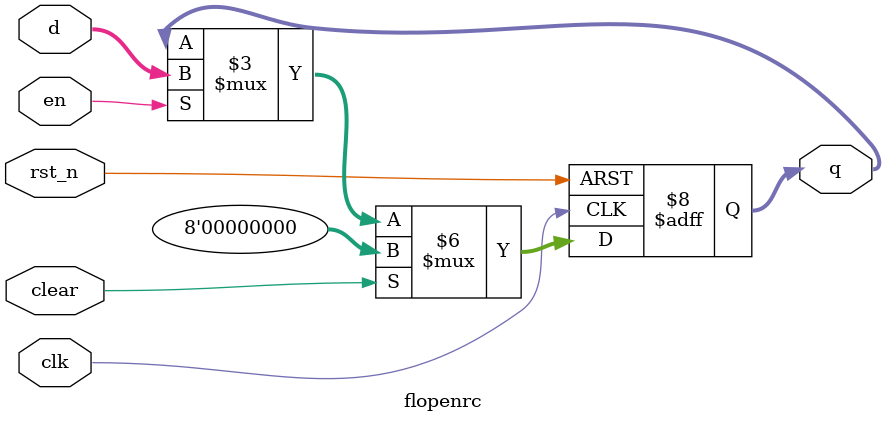
<source format=v>
`timescale 1ns / 1ps

module flopenrc #(parameter WIDTH = 8)(
	input       clk,
    input       rst_n,
    input       en,
    input       clear,
	input       [WIDTH-1:0] d,
	output reg  [WIDTH-1:0] q
    );

	always @(posedge clk or negedge rst_n) 
    begin
		if(!rst_n) 
			q <= 0;
		else if(clear) 
			q <= 0;
		else if(en) 
			/* code */
			q <= d;
		else ;
	end
    
endmodule 
</source>
